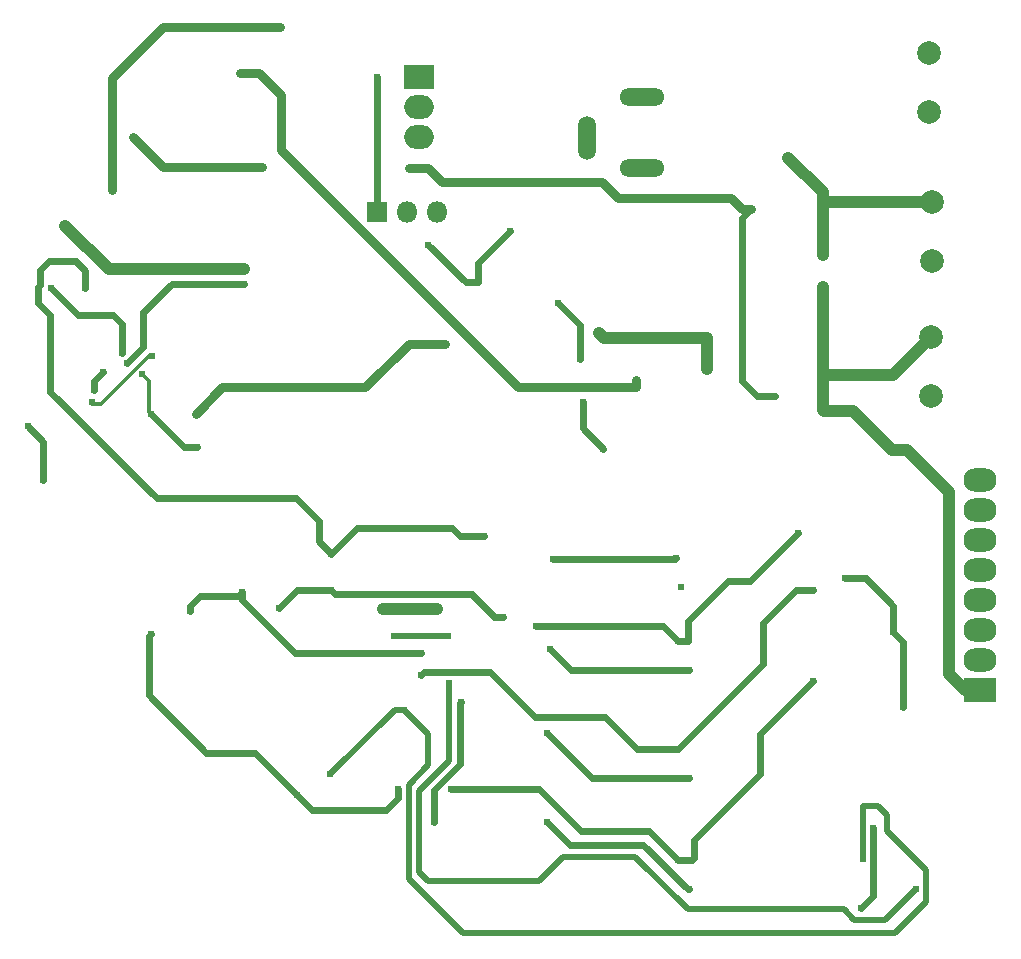
<source format=gbl>
G04 Layer: BottomLayer*
G04 EasyEDA v6.5.50, 2025-05-11 21:30:58*
G04 57ce2a779753491496e961f97abc4982,bfcb7ea688f34dc99dffbe5811d057cf,10*
G04 Gerber Generator version 0.2*
G04 Scale: 100 percent, Rotated: No, Reflected: No *
G04 Dimensions in millimeters *
G04 leading zeros omitted , absolute positions ,4 integer and 5 decimal *
%FSLAX45Y45*%
%MOMM*%

%AMMACRO1*21,1,$1,$2,0,0,$3*%
%ADD10C,0.5000*%
%ADD11C,1.0000*%
%ADD12C,0.6000*%
%ADD13C,0.3000*%
%ADD14C,0.8000*%
%ADD15C,2.0000*%
%ADD16O,1.7999964X1.7999964*%
%ADD17R,1.8000X1.8000*%
%ADD18MACRO1,2.0015X2.4994X-90.0000*%
%ADD19O,2.4999949999999997X1.9999959999999999*%
%ADD20O,1.499997X3.6999926000000003*%
%ADD21O,3.7999924X1.499997*%
%ADD22R,2.8000X2.0000*%
%ADD23O,2.7999944X1.9999959999999999*%
%ADD24C,0.6150*%
%ADD25C,0.6200*%
%ADD26C,0.0150*%

%LPD*%
D10*
X3856385Y1981200D02*
G01*
X4403178Y2527993D01*
X4476488Y2527993D01*
X4476501Y2528062D02*
G01*
X4686300Y2318257D01*
X4686300Y2057400D01*
X4521200Y1892300D01*
X4521200Y1092200D01*
X4978400Y635000D01*
X8636000Y635000D01*
X8902700Y901700D01*
X8902700Y1168400D01*
X8572500Y1498600D01*
X8572500Y1638300D01*
X8496300Y1714500D01*
X8362950Y1714500D01*
X8362950Y1265684D01*
X8813800Y1007722D02*
G01*
X8555385Y749300D01*
X8293100Y749300D01*
X8204200Y838200D01*
X6883400Y838200D01*
X6438900Y1282700D01*
X5829300Y1282700D01*
X5626100Y1079500D01*
X4686300Y1079500D01*
X4610100Y1155700D01*
X4610100Y1841500D01*
X4864100Y2095500D01*
X4864100Y2361498D01*
X4394200Y3148898D02*
G01*
X4851400Y3148898D01*
D11*
X4299198Y3378893D02*
G01*
X4756398Y3378893D01*
D12*
X4959088Y2591493D02*
G01*
X4953000Y2585405D01*
X4953000Y2070100D01*
X4732685Y1849777D01*
X4732685Y1574800D01*
D10*
X4864100Y2361498D02*
G01*
X4864100Y2755198D01*
D12*
X5689600Y2328522D02*
G01*
X6072992Y1945134D01*
X6896100Y1945134D01*
X5715000Y3039722D02*
G01*
X5895192Y2859534D01*
X6896100Y2859534D01*
X5689600Y1579222D02*
G01*
X5884514Y1384300D01*
X6502400Y1384300D01*
X6881365Y1005334D01*
X6896100Y1005334D01*
X6781800Y3810000D02*
G01*
X6773522Y3801722D01*
X5740400Y3801722D01*
X8348314Y850900D02*
G01*
X8451601Y954173D01*
X8451601Y1521965D01*
X7815323Y4025900D02*
G01*
X7408923Y3619500D01*
X7226300Y3619500D01*
X6883400Y3276600D01*
X6881365Y3109465D01*
X6801098Y3109465D01*
X8617458Y3187700D02*
G01*
X8703914Y3101235D01*
X8703914Y2552700D01*
D11*
X8026400Y6108700D02*
G01*
X8026400Y5061457D01*
D12*
X1494284Y6096000D02*
G01*
X1722884Y5867400D01*
X2019300Y5867400D01*
X2095500Y5791200D01*
X2095500Y5549900D01*
X1295400Y4927600D02*
G01*
X1426814Y4796177D01*
X1426814Y4470400D01*
D11*
X1612900Y6624977D02*
G01*
X1977542Y6260337D01*
X3125215Y6260337D01*
D12*
X4686300Y6464300D02*
G01*
X5003800Y6146800D01*
X5105400Y6146800D01*
X6167785Y4737100D02*
G01*
X5994400Y4910477D01*
X5994400Y5130800D01*
X5782914Y5969000D02*
G01*
X5969000Y5782922D01*
X5969000Y5499100D01*
X4254500Y7886700D02*
G01*
X4254500Y6743700D01*
X3111500Y3524757D02*
G01*
X3079241Y3492500D01*
X2755900Y3492500D01*
X2667000Y3403600D01*
X2667000Y3365500D01*
X2336800Y3168142D02*
G01*
X2317998Y3149345D01*
X2317998Y2893926D01*
X3573114Y1803400D02*
G01*
X3217514Y2159000D01*
X2806700Y2159000D01*
X2317998Y2647695D01*
X2317998Y2893926D01*
X6801098Y1255265D02*
G01*
X6557777Y1498600D01*
X5981700Y1498600D01*
X5626100Y1854200D01*
X4876800Y1854200D01*
X3573114Y1803400D02*
G01*
X3700114Y1676400D01*
X4330700Y1676400D01*
X4432300Y1778000D01*
X4432300Y1854200D01*
X1930400Y5384800D02*
G01*
X1854200Y5308600D01*
X1854200Y5232400D01*
D13*
X2349500Y5524500D02*
G01*
X2324100Y5524500D01*
X1917700Y5118100D01*
X1841500Y5118100D01*
X1841500Y5130800D01*
D12*
X3865219Y3848097D02*
G01*
X4081122Y4064000D01*
X4889500Y4064000D01*
X4953000Y4000500D01*
X5156200Y4000500D01*
X3865219Y3848097D02*
G01*
X3759200Y3954117D01*
X3759200Y4127500D01*
X3568700Y4318000D01*
X2387600Y4318000D01*
X1485900Y5219700D01*
X1485900Y5867400D01*
X1384300Y5969000D01*
X1384300Y6108700D01*
X1397000Y6121400D01*
X1397000Y6248400D01*
X1473200Y6324600D01*
X1701800Y6324600D01*
X1782318Y6244081D01*
X1782318Y6095997D01*
X7942201Y2768600D02*
G01*
X7493000Y2319398D01*
X7493000Y1981200D01*
X6934200Y1422400D01*
X6934200Y1270000D01*
X6934200Y1270000D02*
G01*
X6919465Y1255265D01*
X6801098Y1255265D01*
X6801098Y2195065D02*
G01*
X7518400Y2912361D01*
X7518400Y3263900D01*
X7797800Y3543300D01*
X7942201Y3543300D01*
X4622800Y3009900D02*
G01*
X3556000Y3009900D01*
X3111500Y3454400D01*
X3111500Y3524757D01*
X3422898Y3386076D02*
G01*
X3574293Y3537457D01*
X3860800Y3537457D01*
X6801098Y3109465D02*
G01*
X6672077Y3238500D01*
X5600700Y3238500D01*
X2336800Y5033622D02*
G01*
X2620627Y4749800D01*
X2730500Y4749800D01*
D13*
X2336800Y5033622D02*
G01*
X2324100Y5046322D01*
X2324100Y5311520D01*
X2263520Y5372100D01*
D12*
X4622800Y2819400D02*
G01*
X4648200Y2844800D01*
X5207000Y2844800D01*
X5588000Y2463800D01*
X6184900Y2463800D01*
X6453634Y2195065D01*
X6801098Y2195065D01*
X2133600Y5461000D02*
G01*
X2273300Y5600700D01*
X2273300Y5892800D01*
X2513794Y6133299D01*
X3125094Y6133299D01*
D11*
X8026400Y6375400D02*
G01*
X8026400Y6908800D01*
X7734300Y7200900D01*
X8953500Y6829044D02*
G01*
X8386572Y6829044D01*
X8026400Y6829044D01*
X8026400Y5365242D02*
G01*
X8619997Y5365242D01*
X8940800Y5686044D01*
X9359900Y2692400D02*
G01*
X9232900Y2692400D01*
X9093200Y2832100D01*
X9093200Y4368800D01*
X8737600Y4724400D01*
X8610600Y4724400D01*
X8280400Y5054600D01*
X8039100Y5054600D01*
D12*
X8212198Y3638295D02*
G01*
X8388604Y3638295D01*
X8623300Y3403600D01*
X8623300Y3213100D01*
D14*
X6443215Y5321300D02*
G01*
X6443215Y5257800D01*
X5448300Y5257800D01*
X3441700Y7264400D01*
X3441700Y7734300D01*
X3254758Y7921246D01*
X3092450Y7921246D01*
X2717800Y5033622D02*
G01*
X2941985Y5257800D01*
X4152900Y5257800D01*
X4520394Y5625299D01*
X4825105Y5625299D01*
X3429000Y8305800D02*
G01*
X2438400Y8305800D01*
X2006600Y7874000D01*
X2006600Y6931545D01*
X2184400Y7378700D02*
G01*
X2438400Y7124700D01*
X3276600Y7124700D01*
X6291323Y6859270D02*
G01*
X6153150Y6997700D01*
X4800600Y6997700D01*
X4686300Y7112000D01*
X4521200Y7112000D01*
X6291323Y6859270D02*
G01*
X6830319Y6859270D01*
X6830319Y6858000D01*
X7416800Y6769100D02*
G01*
X7340600Y6769100D01*
X7251700Y6858000D01*
X6832600Y6858000D01*
D12*
X7416800Y6769100D02*
G01*
X7340600Y6692900D01*
X7340600Y5308600D01*
X7467600Y5181600D01*
X7620000Y5181600D01*
X3860800Y3537457D02*
G01*
X3893058Y3505200D01*
X5054600Y3505200D01*
X5245100Y3314700D01*
X5321300Y3314700D01*
X5105400Y6146800D02*
G01*
X5105400Y6307477D01*
X5376514Y6578600D01*
D11*
X6134100Y5715000D02*
G01*
X6172200Y5676900D01*
X7044436Y5676900D01*
X7044436Y5410200D01*
D15*
G01*
X8940800Y5185155D03*
G01*
X8940800Y5686044D03*
G01*
X8953500Y6328155D03*
G01*
X8953500Y6829044D03*
G01*
X8928100Y7585455D03*
G01*
X8928100Y8086344D03*
D16*
G01*
X4762500Y6743700D03*
G01*
X4508500Y6743700D03*
D17*
G01*
X4254500Y6743700D03*
D18*
G01*
X4610100Y7886700D03*
D19*
G01*
X4610100Y7378700D03*
G01*
X4610100Y7632700D03*
D20*
G01*
X6028563Y7366762D03*
D21*
G01*
X6493636Y7716773D03*
G01*
X6493636Y7116826D03*
D22*
G01*
X9359900Y2692400D03*
D23*
G01*
X9359900Y2946400D03*
G01*
X9359900Y3200400D03*
G01*
X9359900Y3454400D03*
G01*
X9359900Y3708400D03*
G01*
X9359900Y3962400D03*
G01*
X9359900Y4216400D03*
G01*
X9359900Y4470400D03*
D24*
G01*
X8026400Y6375400D03*
G01*
X7734300Y7200900D03*
G01*
X7416800Y6769100D03*
G01*
X6134100Y5715000D03*
G01*
X7611389Y5180203D03*
G01*
X7044410Y5410200D03*
G01*
X4254500Y7886700D03*
G01*
X3092500Y7921193D03*
G01*
X6443319Y5321300D03*
G01*
X6167780Y4737100D03*
G01*
X5994400Y5130800D03*
G01*
X5969000Y5499100D03*
G01*
X5782919Y5969000D03*
G01*
X4686300Y6464300D03*
G01*
X5105400Y6146800D03*
G01*
X3125215Y6260337D03*
G01*
X1612900Y6624980D03*
G01*
X6291402Y6859396D03*
G01*
X3429000Y8305800D03*
G01*
X2006600Y6931533D03*
G01*
X4521200Y7112000D03*
G01*
X3276600Y7124700D03*
G01*
X2184400Y7378700D03*
G01*
X2349500Y5524500D03*
G01*
X1841500Y5130800D03*
G01*
X2133600Y5461000D03*
G01*
X3125088Y6133287D03*
G01*
X2336800Y5033619D03*
G01*
X2730500Y4749800D03*
G01*
X2717800Y5033619D03*
G01*
X4825111Y5625287D03*
G01*
X1854200Y5232400D03*
G01*
X1295400Y4927600D03*
G01*
X1494180Y6096000D03*
G01*
X2095500Y5549900D03*
G01*
X2263520Y5372100D03*
G01*
X8026400Y6108700D03*
G01*
X8026400Y5061457D03*
G01*
X6801104Y3109468D03*
G01*
X7815199Y4025900D03*
G01*
X8617458Y3187700D03*
G01*
X8703919Y2552700D03*
G01*
X8451595Y1521968D03*
G01*
X8348319Y850900D03*
G01*
X7942199Y3543300D03*
G01*
X7942199Y2768600D03*
G01*
X6801104Y2195068D03*
G01*
X6801104Y1255268D03*
G01*
X5740400Y3801719D03*
G01*
X6781800Y3810000D03*
G01*
X6896100Y1005331D03*
G01*
X5689600Y1579219D03*
G01*
X6896100Y1005331D03*
G01*
X6896100Y1945131D03*
G01*
X5689600Y2328519D03*
G01*
X5715000Y3039719D03*
G01*
X6896100Y2859531D03*
G01*
X4864100Y2755188D03*
G01*
X4864100Y2361488D03*
G01*
X4732680Y1574800D03*
G01*
X4959095Y2591485D03*
G01*
X4299204Y3378885D03*
G01*
X4756404Y3378885D03*
G01*
X4394200Y3148888D03*
G01*
X4851400Y3148888D03*
G01*
X8813800Y1007719D03*
G01*
X8363051Y1265580D03*
G01*
X4476495Y2527985D03*
G01*
X6826504Y3566668D03*
G01*
X3856380Y1981200D03*
G01*
X3422904Y3386073D03*
G01*
X3860800Y3537457D03*
G01*
X5321300Y3314700D03*
G01*
X5600700Y3238500D03*
G01*
X3865219Y3848100D03*
G01*
X1782318Y6096000D03*
G01*
X3111500Y3524757D03*
G01*
X4622800Y3009900D03*
G01*
X4622800Y2819400D03*
G01*
X5376519Y6578600D03*
G01*
X2667000Y3365500D03*
G01*
X2336800Y3168142D03*
G01*
X2318004Y2893923D03*
G01*
X3573119Y1803400D03*
G01*
X4432300Y1854200D03*
G01*
X4876800Y1854200D03*
G01*
X1930400Y5384800D03*
G01*
X5156200Y4000500D03*
G01*
X1426819Y4470400D03*
D25*
G01*
X8026400Y5365242D03*
G01*
X8212200Y3638295D03*
M02*

</source>
